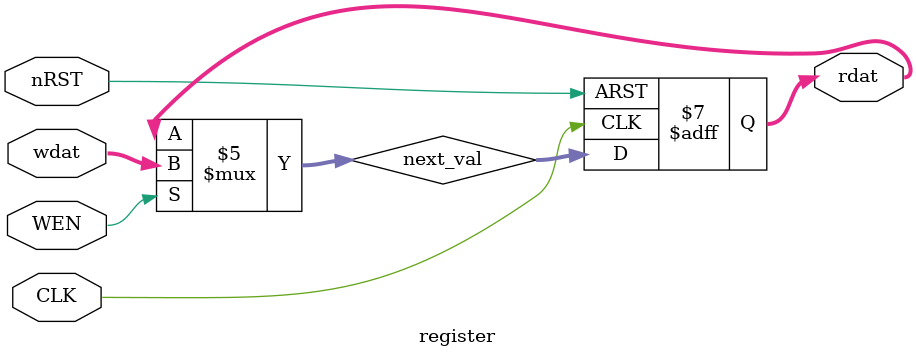
<source format=sv>
module register 
#(
    parameter WIDTH = 8
)
( 
    input logic CLK,
    input logic nRST,
    input logic WEN,
    input logic [WIDTH - 1: 0] wdat,
    output logic [WIDTH - 1: 0] rdat
);

logic [WIDTH - 1: 0] next_val;
always_comb begin
    next_val = rdat;
    if (WEN) begin
        next_val = wdat;
    end
end

always_ff @(posedge CLK, negedge nRST) begin
    if (~nRST) begin
        rdat <= '0;
    end
    else begin
        rdat <= next_val;
    end
end
endmodule

</source>
